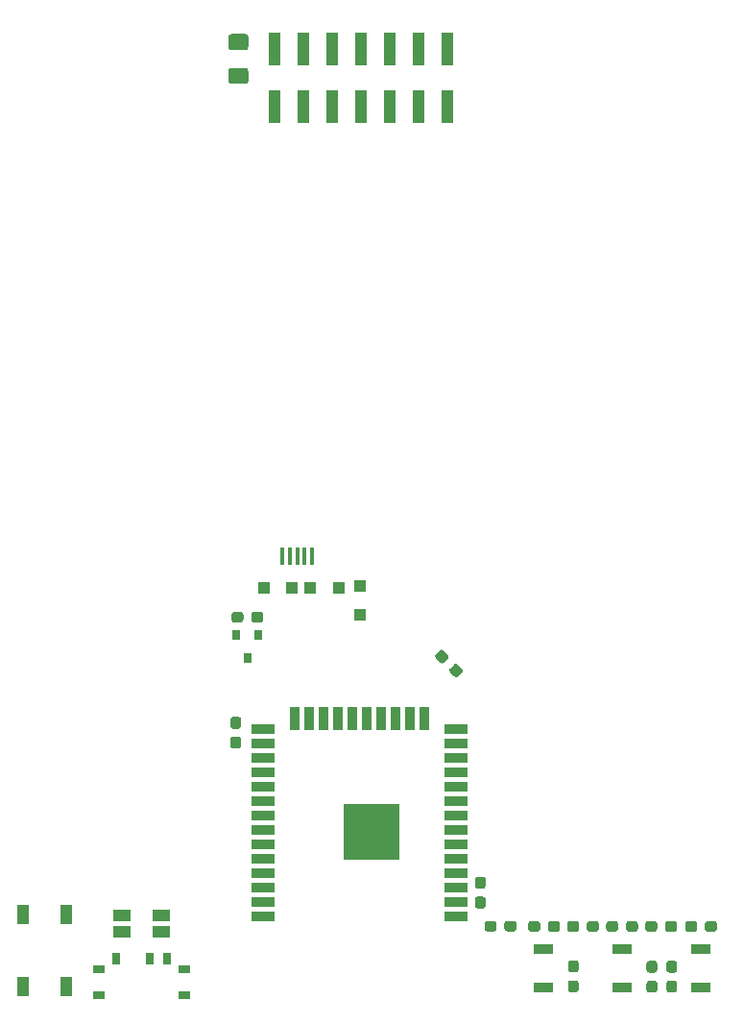
<source format=gbr>
%TF.GenerationSoftware,KiCad,Pcbnew,(5.1.6)-1*%
%TF.CreationDate,2022-04-22T11:55:46+02:00*%
%TF.ProjectId,ZumoComSystem,5a756d6f-436f-46d5-9379-7374656d2e6b,V1.0*%
%TF.SameCoordinates,Original*%
%TF.FileFunction,Paste,Top*%
%TF.FilePolarity,Positive*%
%FSLAX46Y46*%
G04 Gerber Fmt 4.6, Leading zero omitted, Abs format (unit mm)*
G04 Created by KiCad (PCBNEW (5.1.6)-1) date 2022-04-22 11:55:46*
%MOMM*%
%LPD*%
G01*
G04 APERTURE LIST*
%ADD10R,1.000000X0.800000*%
%ADD11R,0.700000X1.100000*%
%ADD12R,2.000000X0.900000*%
%ADD13R,0.900000X2.000000*%
%ADD14R,5.000000X5.000000*%
%ADD15R,0.450000X1.500000*%
%ADD16R,1.700000X0.900000*%
%ADD17R,1.500000X1.000000*%
%ADD18R,1.000000X1.700000*%
%ADD19R,1.000000X1.000000*%
%ADD20R,1.000000X3.000000*%
%ADD21R,0.800000X0.900000*%
G04 APERTURE END LIST*
D10*
%TO.C,SW1*%
X131425000Y-143800000D03*
X131425000Y-141500000D03*
X123925000Y-143800000D03*
X123925000Y-141500000D03*
D11*
X129925000Y-140600000D03*
X128425000Y-140600000D03*
X125425000Y-140600000D03*
%TD*%
D12*
%TO.C,U6*%
X138425000Y-136905000D03*
X138425000Y-135635000D03*
X138425000Y-134365000D03*
X138425000Y-133095000D03*
X138425000Y-131825000D03*
X138425000Y-130555000D03*
X138425000Y-129285000D03*
X138425000Y-128015000D03*
X138425000Y-126745000D03*
X138425000Y-125475000D03*
X138425000Y-124205000D03*
X138425000Y-122935000D03*
X138425000Y-121665000D03*
X138425000Y-120395000D03*
D13*
X141210000Y-119395000D03*
X142480000Y-119395000D03*
X143750000Y-119395000D03*
X145020000Y-119395000D03*
X146290000Y-119395000D03*
X147560000Y-119395000D03*
X148830000Y-119395000D03*
X150100000Y-119395000D03*
X151370000Y-119395000D03*
X152640000Y-119395000D03*
D12*
X155425000Y-120395000D03*
X155425000Y-121665000D03*
X155425000Y-122935000D03*
X155425000Y-124205000D03*
X155425000Y-125475000D03*
X155425000Y-126745000D03*
X155425000Y-128015000D03*
X155425000Y-129285000D03*
X155425000Y-130555000D03*
X155425000Y-131825000D03*
X155425000Y-133095000D03*
X155425000Y-134365000D03*
X155425000Y-135635000D03*
X155425000Y-136905000D03*
D14*
X147925000Y-129405000D03*
%TD*%
D15*
%TO.C,J3*%
X142700000Y-105075000D03*
X140100000Y-105075000D03*
X142050000Y-105075000D03*
X140750000Y-105075000D03*
X141400000Y-105075000D03*
%TD*%
D16*
%TO.C,SW3*%
X163150000Y-139725000D03*
X163150000Y-143125000D03*
%TD*%
%TO.C,SW4*%
X170070833Y-139725000D03*
X170070833Y-143125000D03*
%TD*%
%TO.C,SW5*%
X176991666Y-139725000D03*
X176991666Y-143125000D03*
%TD*%
%TO.C,D7*%
G36*
G01*
X163522500Y-137987500D02*
X163522500Y-137512500D01*
G75*
G02*
X163760000Y-137275000I237500J0D01*
G01*
X164335000Y-137275000D01*
G75*
G02*
X164572500Y-137512500I0J-237500D01*
G01*
X164572500Y-137987500D01*
G75*
G02*
X164335000Y-138225000I-237500J0D01*
G01*
X163760000Y-138225000D01*
G75*
G02*
X163522500Y-137987500I0J237500D01*
G01*
G37*
G36*
G01*
X161772500Y-137987500D02*
X161772500Y-137512500D01*
G75*
G02*
X162010000Y-137275000I237500J0D01*
G01*
X162585000Y-137275000D01*
G75*
G02*
X162822500Y-137512500I0J-237500D01*
G01*
X162822500Y-137987500D01*
G75*
G02*
X162585000Y-138225000I-237500J0D01*
G01*
X162010000Y-138225000D01*
G75*
G02*
X161772500Y-137987500I0J237500D01*
G01*
G37*
%TD*%
%TO.C,D9*%
G36*
G01*
X177364166Y-137987500D02*
X177364166Y-137512500D01*
G75*
G02*
X177601666Y-137275000I237500J0D01*
G01*
X178176666Y-137275000D01*
G75*
G02*
X178414166Y-137512500I0J-237500D01*
G01*
X178414166Y-137987500D01*
G75*
G02*
X178176666Y-138225000I-237500J0D01*
G01*
X177601666Y-138225000D01*
G75*
G02*
X177364166Y-137987500I0J237500D01*
G01*
G37*
G36*
G01*
X175614166Y-137987500D02*
X175614166Y-137512500D01*
G75*
G02*
X175851666Y-137275000I237500J0D01*
G01*
X176426666Y-137275000D01*
G75*
G02*
X176664166Y-137512500I0J-237500D01*
G01*
X176664166Y-137987500D01*
G75*
G02*
X176426666Y-138225000I-237500J0D01*
G01*
X175851666Y-138225000D01*
G75*
G02*
X175614166Y-137987500I0J237500D01*
G01*
G37*
%TD*%
%TO.C,D8*%
G36*
G01*
X170400000Y-137987500D02*
X170400000Y-137512500D01*
G75*
G02*
X170637500Y-137275000I237500J0D01*
G01*
X171212500Y-137275000D01*
G75*
G02*
X171450000Y-137512500I0J-237500D01*
G01*
X171450000Y-137987500D01*
G75*
G02*
X171212500Y-138225000I-237500J0D01*
G01*
X170637500Y-138225000D01*
G75*
G02*
X170400000Y-137987500I0J237500D01*
G01*
G37*
G36*
G01*
X168650000Y-137987500D02*
X168650000Y-137512500D01*
G75*
G02*
X168887500Y-137275000I237500J0D01*
G01*
X169462500Y-137275000D01*
G75*
G02*
X169700000Y-137512500I0J-237500D01*
G01*
X169700000Y-137987500D01*
G75*
G02*
X169462500Y-138225000I-237500J0D01*
G01*
X168887500Y-138225000D01*
G75*
G02*
X168650000Y-137987500I0J237500D01*
G01*
G37*
%TD*%
D17*
%TO.C,D10*%
X129425000Y-138200000D03*
X129425000Y-136800000D03*
X125925000Y-138200000D03*
X125925000Y-136800000D03*
%TD*%
D18*
%TO.C,SW2*%
X117250000Y-143025000D03*
X117250000Y-136725000D03*
X121050000Y-143025000D03*
X121050000Y-136725000D03*
%TD*%
%TO.C,C5*%
G36*
G01*
X136825000Y-60525000D02*
X135575000Y-60525000D01*
G75*
G02*
X135325000Y-60275000I0J250000D01*
G01*
X135325000Y-59350000D01*
G75*
G02*
X135575000Y-59100000I250000J0D01*
G01*
X136825000Y-59100000D01*
G75*
G02*
X137075000Y-59350000I0J-250000D01*
G01*
X137075000Y-60275000D01*
G75*
G02*
X136825000Y-60525000I-250000J0D01*
G01*
G37*
G36*
G01*
X136825000Y-63500000D02*
X135575000Y-63500000D01*
G75*
G02*
X135325000Y-63250000I0J250000D01*
G01*
X135325000Y-62325000D01*
G75*
G02*
X135575000Y-62075000I250000J0D01*
G01*
X136825000Y-62075000D01*
G75*
G02*
X137075000Y-62325000I0J-250000D01*
G01*
X137075000Y-63250000D01*
G75*
G02*
X136825000Y-63500000I-250000J0D01*
G01*
G37*
%TD*%
%TO.C,R15*%
G36*
G01*
X157787500Y-134425000D02*
X157312500Y-134425000D01*
G75*
G02*
X157075000Y-134187500I0J237500D01*
G01*
X157075000Y-133612500D01*
G75*
G02*
X157312500Y-133375000I237500J0D01*
G01*
X157787500Y-133375000D01*
G75*
G02*
X158025000Y-133612500I0J-237500D01*
G01*
X158025000Y-134187500D01*
G75*
G02*
X157787500Y-134425000I-237500J0D01*
G01*
G37*
G36*
G01*
X157787500Y-136175000D02*
X157312500Y-136175000D01*
G75*
G02*
X157075000Y-135937500I0J237500D01*
G01*
X157075000Y-135362500D01*
G75*
G02*
X157312500Y-135125000I237500J0D01*
G01*
X157787500Y-135125000D01*
G75*
G02*
X158025000Y-135362500I0J-237500D01*
G01*
X158025000Y-135937500D01*
G75*
G02*
X157787500Y-136175000I-237500J0D01*
G01*
G37*
%TD*%
%TO.C,R17*%
G36*
G01*
X135737500Y-121025000D02*
X136212500Y-121025000D01*
G75*
G02*
X136450000Y-121262500I0J-237500D01*
G01*
X136450000Y-121837500D01*
G75*
G02*
X136212500Y-122075000I-237500J0D01*
G01*
X135737500Y-122075000D01*
G75*
G02*
X135500000Y-121837500I0J237500D01*
G01*
X135500000Y-121262500D01*
G75*
G02*
X135737500Y-121025000I237500J0D01*
G01*
G37*
G36*
G01*
X135737500Y-119275000D02*
X136212500Y-119275000D01*
G75*
G02*
X136450000Y-119512500I0J-237500D01*
G01*
X136450000Y-120087500D01*
G75*
G02*
X136212500Y-120325000I-237500J0D01*
G01*
X135737500Y-120325000D01*
G75*
G02*
X135500000Y-120087500I0J237500D01*
G01*
X135500000Y-119512500D01*
G75*
G02*
X135737500Y-119275000I237500J0D01*
G01*
G37*
%TD*%
%TO.C,R23*%
G36*
G01*
X159675000Y-137962500D02*
X159675000Y-137487500D01*
G75*
G02*
X159912500Y-137250000I237500J0D01*
G01*
X160487500Y-137250000D01*
G75*
G02*
X160725000Y-137487500I0J-237500D01*
G01*
X160725000Y-137962500D01*
G75*
G02*
X160487500Y-138200000I-237500J0D01*
G01*
X159912500Y-138200000D01*
G75*
G02*
X159675000Y-137962500I0J237500D01*
G01*
G37*
G36*
G01*
X157925000Y-137962500D02*
X157925000Y-137487500D01*
G75*
G02*
X158162500Y-137250000I237500J0D01*
G01*
X158737500Y-137250000D01*
G75*
G02*
X158975000Y-137487500I0J-237500D01*
G01*
X158975000Y-137962500D01*
G75*
G02*
X158737500Y-138200000I-237500J0D01*
G01*
X158162500Y-138200000D01*
G75*
G02*
X157925000Y-137962500I0J237500D01*
G01*
G37*
%TD*%
%TO.C,R27*%
G36*
G01*
X173150000Y-137512500D02*
X173150000Y-137987500D01*
G75*
G02*
X172912500Y-138225000I-237500J0D01*
G01*
X172337500Y-138225000D01*
G75*
G02*
X172100000Y-137987500I0J237500D01*
G01*
X172100000Y-137512500D01*
G75*
G02*
X172337500Y-137275000I237500J0D01*
G01*
X172912500Y-137275000D01*
G75*
G02*
X173150000Y-137512500I0J-237500D01*
G01*
G37*
G36*
G01*
X174900000Y-137512500D02*
X174900000Y-137987500D01*
G75*
G02*
X174662500Y-138225000I-237500J0D01*
G01*
X174087500Y-138225000D01*
G75*
G02*
X173850000Y-137987500I0J237500D01*
G01*
X173850000Y-137512500D01*
G75*
G02*
X174087500Y-137275000I237500J0D01*
G01*
X174662500Y-137275000D01*
G75*
G02*
X174900000Y-137512500I0J-237500D01*
G01*
G37*
%TD*%
%TO.C,R25*%
G36*
G01*
X166250000Y-137512500D02*
X166250000Y-137987500D01*
G75*
G02*
X166012500Y-138225000I-237500J0D01*
G01*
X165437500Y-138225000D01*
G75*
G02*
X165200000Y-137987500I0J237500D01*
G01*
X165200000Y-137512500D01*
G75*
G02*
X165437500Y-137275000I237500J0D01*
G01*
X166012500Y-137275000D01*
G75*
G02*
X166250000Y-137512500I0J-237500D01*
G01*
G37*
G36*
G01*
X168000000Y-137512500D02*
X168000000Y-137987500D01*
G75*
G02*
X167762500Y-138225000I-237500J0D01*
G01*
X167187500Y-138225000D01*
G75*
G02*
X166950000Y-137987500I0J237500D01*
G01*
X166950000Y-137512500D01*
G75*
G02*
X167187500Y-137275000I237500J0D01*
G01*
X167762500Y-137275000D01*
G75*
G02*
X168000000Y-137512500I0J-237500D01*
G01*
G37*
%TD*%
D19*
%TO.C,D4*%
X146900000Y-110250000D03*
X146900000Y-107750000D03*
%TD*%
D20*
%TO.C,J7*%
X139380000Y-60430000D03*
X139380000Y-65470000D03*
X141920000Y-60430000D03*
X141920000Y-65470000D03*
X144460000Y-60430000D03*
X144460000Y-65470000D03*
X147000000Y-60430000D03*
X147000000Y-65470000D03*
X149540000Y-60430000D03*
X149540000Y-65470000D03*
X152080000Y-60430000D03*
X152080000Y-65470000D03*
X154620000Y-60430000D03*
X154620000Y-65470000D03*
%TD*%
D19*
%TO.C,D5*%
X138450000Y-107900000D03*
X140950000Y-107900000D03*
%TD*%
%TO.C,D6*%
X145050000Y-107900000D03*
X142550000Y-107900000D03*
%TD*%
%TO.C,R12*%
G36*
G01*
X136650000Y-110262500D02*
X136650000Y-110737500D01*
G75*
G02*
X136412500Y-110975000I-237500J0D01*
G01*
X135837500Y-110975000D01*
G75*
G02*
X135600000Y-110737500I0J237500D01*
G01*
X135600000Y-110262500D01*
G75*
G02*
X135837500Y-110025000I237500J0D01*
G01*
X136412500Y-110025000D01*
G75*
G02*
X136650000Y-110262500I0J-237500D01*
G01*
G37*
G36*
G01*
X138400000Y-110262500D02*
X138400000Y-110737500D01*
G75*
G02*
X138162500Y-110975000I-237500J0D01*
G01*
X137587500Y-110975000D01*
G75*
G02*
X137350000Y-110737500I0J237500D01*
G01*
X137350000Y-110262500D01*
G75*
G02*
X137587500Y-110025000I237500J0D01*
G01*
X138162500Y-110025000D01*
G75*
G02*
X138400000Y-110262500I0J-237500D01*
G01*
G37*
%TD*%
D21*
%TO.C,Q5*%
X137000000Y-114100000D03*
X136050000Y-112100000D03*
X137950000Y-112100000D03*
%TD*%
%TO.C,C16*%
G36*
G01*
X165512500Y-142500000D02*
X165987500Y-142500000D01*
G75*
G02*
X166225000Y-142737500I0J-237500D01*
G01*
X166225000Y-143312500D01*
G75*
G02*
X165987500Y-143550000I-237500J0D01*
G01*
X165512500Y-143550000D01*
G75*
G02*
X165275000Y-143312500I0J237500D01*
G01*
X165275000Y-142737500D01*
G75*
G02*
X165512500Y-142500000I237500J0D01*
G01*
G37*
G36*
G01*
X165512500Y-140750000D02*
X165987500Y-140750000D01*
G75*
G02*
X166225000Y-140987500I0J-237500D01*
G01*
X166225000Y-141562500D01*
G75*
G02*
X165987500Y-141800000I-237500J0D01*
G01*
X165512500Y-141800000D01*
G75*
G02*
X165275000Y-141562500I0J237500D01*
G01*
X165275000Y-140987500D01*
G75*
G02*
X165512500Y-140750000I237500J0D01*
G01*
G37*
%TD*%
%TO.C,C17*%
G36*
G01*
X172442500Y-142530000D02*
X172917500Y-142530000D01*
G75*
G02*
X173155000Y-142767500I0J-237500D01*
G01*
X173155000Y-143342500D01*
G75*
G02*
X172917500Y-143580000I-237500J0D01*
G01*
X172442500Y-143580000D01*
G75*
G02*
X172205000Y-143342500I0J237500D01*
G01*
X172205000Y-142767500D01*
G75*
G02*
X172442500Y-142530000I237500J0D01*
G01*
G37*
G36*
G01*
X172442500Y-140780000D02*
X172917500Y-140780000D01*
G75*
G02*
X173155000Y-141017500I0J-237500D01*
G01*
X173155000Y-141592500D01*
G75*
G02*
X172917500Y-141830000I-237500J0D01*
G01*
X172442500Y-141830000D01*
G75*
G02*
X172205000Y-141592500I0J237500D01*
G01*
X172205000Y-141017500D01*
G75*
G02*
X172442500Y-140780000I237500J0D01*
G01*
G37*
%TD*%
%TO.C,C18*%
G36*
G01*
X174192500Y-142520000D02*
X174667500Y-142520000D01*
G75*
G02*
X174905000Y-142757500I0J-237500D01*
G01*
X174905000Y-143332500D01*
G75*
G02*
X174667500Y-143570000I-237500J0D01*
G01*
X174192500Y-143570000D01*
G75*
G02*
X173955000Y-143332500I0J237500D01*
G01*
X173955000Y-142757500D01*
G75*
G02*
X174192500Y-142520000I237500J0D01*
G01*
G37*
G36*
G01*
X174192500Y-140770000D02*
X174667500Y-140770000D01*
G75*
G02*
X174905000Y-141007500I0J-237500D01*
G01*
X174905000Y-141582500D01*
G75*
G02*
X174667500Y-141820000I-237500J0D01*
G01*
X174192500Y-141820000D01*
G75*
G02*
X173955000Y-141582500I0J237500D01*
G01*
X173955000Y-141007500D01*
G75*
G02*
X174192500Y-140770000I237500J0D01*
G01*
G37*
%TD*%
%TO.C,R5*%
G36*
G01*
X154859549Y-114995425D02*
X155195425Y-114659549D01*
G75*
G02*
X155531301Y-114659549I167938J-167938D01*
G01*
X155937887Y-115066135D01*
G75*
G02*
X155937887Y-115402011I-167938J-167938D01*
G01*
X155602011Y-115737887D01*
G75*
G02*
X155266135Y-115737887I-167938J167938D01*
G01*
X154859549Y-115331301D01*
G75*
G02*
X154859549Y-114995425I167938J167938D01*
G01*
G37*
G36*
G01*
X153622113Y-113757989D02*
X153957989Y-113422113D01*
G75*
G02*
X154293865Y-113422113I167938J-167938D01*
G01*
X154700451Y-113828699D01*
G75*
G02*
X154700451Y-114164575I-167938J-167938D01*
G01*
X154364575Y-114500451D01*
G75*
G02*
X154028699Y-114500451I-167938J167938D01*
G01*
X153622113Y-114093865D01*
G75*
G02*
X153622113Y-113757989I167938J167938D01*
G01*
G37*
%TD*%
M02*

</source>
